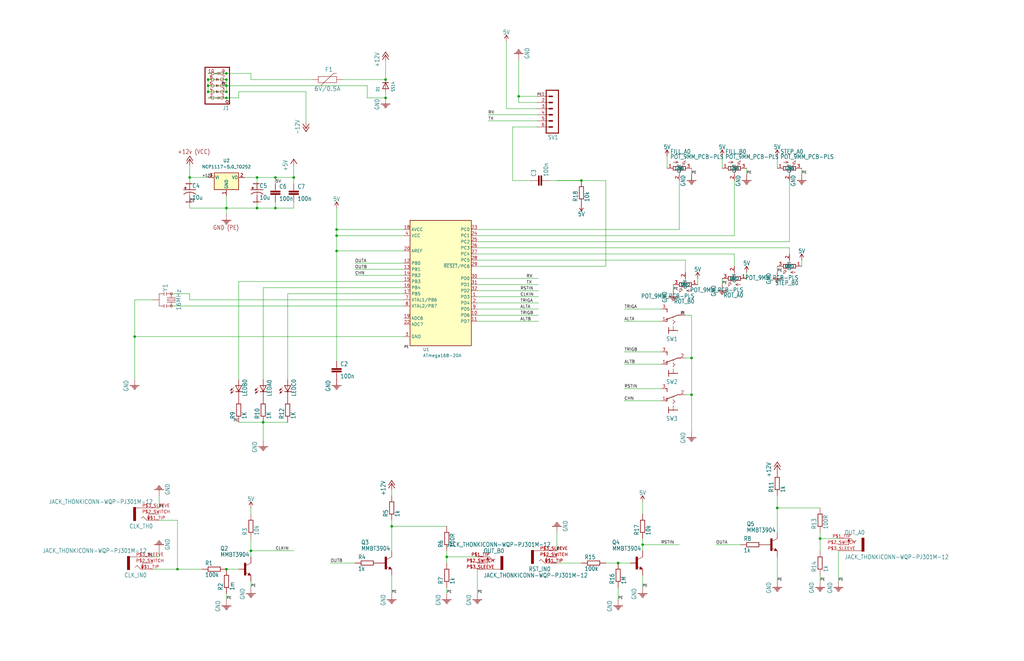
<source format=kicad_sch>
(kicad_sch (version 20231120) (generator "eeschema") (generator_version "8.0")
  (paper "User" 424.993 274.371)
  (lib_symbols
    (symbol "MCU_Microchip_ATmega:ATmega168-20A"
      (property "Reference" "U1" (at -7.366 -23.114 0))
      (property "Value" "ATmega168-20A" (at -7.366 -25.654 0))
      (symbol "ATmega168-20A_1_1"
        (pin bidirectional line (at 15.24 -1.27 180) (length 2.54) (name "PD3") (number "1"))
        (pin bidirectional line (at 15.24 -8.89 180) (length 2.54) (name "PD6") (number "10"))
        (pin bidirectional line (at 15.24 -11.43 180) (length 2.54) (name "PD7") (number "11"))
        (pin bidirectional line (at -15.24 12.7 0) (length 2.54) (name "PB0") (number "12"))
        (pin bidirectional line (at -15.24 10.16 0) (length 2.54) (name "PB1") (number "13"))
        (pin bidirectional line (at -15.24 7.62 0) (length 2.54) (name "PB2") (number "14"))
        (pin bidirectional line (at -15.24 5.08 0) (length 2.54) (name "PB3") (number "15"))
        (pin bidirectional line (at -15.24 2.54 0) (length 2.54) (name "PB4") (number "16"))
        (pin bidirectional line (at -15.24 0 0) (length 2.54) (name "PB5") (number "17"))
        (pin power_in line (at -15.24 26.67 0) (length 2.54) (name "AVCC") (number "18"))
        (pin input line (at -15.24 -10.16 0) (length 2.54) (name "ADC6") (number "19"))
        (pin bidirectional line (at 15.24 -3.81 180) (length 2.54) (name "PD4") (number "2"))
        (pin passive line (at -15.24 17.78 0) (length 2.54) (name "AREF") (number "20"))
        (pin passive line (at -15.24 -17.78 0) (length 2.54) hide (name "GND") (number "21"))
        (pin input line (at -15.24 -12.7 0) (length 2.54) (name "ADC7") (number "22"))
        (pin bidirectional line (at 15.24 26.67 180) (length 2.54) (name "PC0") (number "23"))
        (pin bidirectional line (at 15.24 24.13 180) (length 2.54) (name "PC1") (number "24"))
        (pin bidirectional line (at 15.24 21.59 180) (length 2.54) (name "PC2") (number "25"))
        (pin bidirectional line (at 15.24 19.05 180) (length 2.54) (name "PC3") (number "26"))
        (pin bidirectional line (at 15.24 16.51 180) (length 2.54) (name "PC4") (number "27"))
        (pin bidirectional line (at 15.24 13.97 180) (length 2.54) (name "PC5") (number "28"))
        (pin bidirectional line (at 15.24 11.43 180) (length 2.54) (name "~{RESET}/PC6") (number "29"))
        (pin power_in line (at -15.24 -17.78 0) (length 2.54) (name "GND") (number "3"))
        (pin bidirectional line (at 15.24 6.35 180) (length 2.54) (name "PD0") (number "30"))
        (pin bidirectional line (at 15.24 3.81 180) (length 2.54) (name "PD1") (number "31"))
        (pin bidirectional line (at 15.24 1.27 180) (length 2.54) (name "PD2") (number "32"))
        (pin power_in line (at -15.24 24.13 0) (length 2.54) (name "VCC") (number "4"))
        (pin passive line (at -15.24 -17.78 0) (length 2.54) hide (name "GND") (number "5"))
        (pin passive line (at -15.24 24.13 0) (length 2.54) hide (name "VCC") (number "6"))
        (pin bidirectional line (at -15.24 -2.54 0) (length 2.54) (name "XTAL1/PB6") (number "7"))
        (pin bidirectional line (at -15.24 -5.08 0) (length 2.54) (name "XTAL2/PB7") (number "8"))
        (pin bidirectional line (at 15.24 -6.35 180) (length 2.54) (name "PD5") (number "9"))
      )
    )
    (symbol "Regulator_Linear:NCP1117-5.0_TO252" (pin_names (offset 0.254))
      (property "Reference" "U" (at -3.81 3.175 0))
      (property "Value" "NCP1117-5.0_TO252" (at 0 3.175 0))
      (symbol "NCP1117-5.0_TO252_1_1"
        (pin power_in line (at 0 -7.62 90) (length 2.54) (name "GND") (number "1"))
        (pin power_out line (at 7.62 0 180) (length 2.54) (name "VO") (number "2"))
        (pin power_in line (at -7.62 0 0) (length 2.54) (name "VI") (number "3"))
      )
    )
    (symbol "stoichea_v0.2-eagle-import:+12V" (power)
      (symbol "+12V_1_0"
        (pin power_in line (at 0 -2.54 90) (length 2.54) (name "+12V") (number "1"))
      )
    )
    (symbol "stoichea_v0.2-eagle-import:+5V" (power)
      (symbol "+5V_1_0"
        (pin power_in line (at 0 -2.54 90) (length 2.54) (name "+5V") (number "1"))
      )
    )
    (symbol "stoichea_v0.2-eagle-import:-12V" (power)
      (symbol "-12V_1_0"
        (pin power_in line (at 0 2.54 270) (length 2.54) (name "-12V") (number "1"))
      )
    )
    (symbol "stoichea_v0.2-eagle-import:5V" (power)
      (symbol "5V_1_0"
        (pin power_in line (at 0 0 90) (length 2.54) (name "5V") (number "1"))
      )
    )
    (symbol "stoichea_v0.2-eagle-import:CAPACITOR-EUC0603"
      (property "Reference" "C" (at 1.524 0.381 0))
      (symbol "CAPACITOR-EUC0603_1_0"
        (pin passive line (at 0 2.54 270) (length 2.54) (name "1") (number "1"))
        (pin passive line (at 0 -5.08 90) (length 2.54) (name "2") (number "2"))
      )
    )
    (symbol "stoichea_v0.2-eagle-import:CAPACITOR-EUC0603K"
      (property "Reference" "C" (at 1.524 0.381 0))
      (symbol "CAPACITOR-EUC0603K_1_0"
        (pin passive line (at 0 2.54 270) (length 2.54) (name "1") (number "1"))
        (pin passive line (at 0 -5.08 90) (length 2.54) (name "2") (number "2"))
      )
    )
    (symbol "stoichea_v0.2-eagle-import:CAPACITOR_POLARIZED-USB"
      (property "Reference" "C" (at 1.016 0.635 0))
      (symbol "CAPACITOR_POLARIZED-USB_1_0"
        (text "SpiceOrder 1" (at 0 2.54 0) (effects (font (size 0.4064 0.3454))))
        (text "SpiceOrder 2" (at 0 -5.08 0) (effects (font (size 0.4064 0.3454))))
        (pin passive line (at 0 2.54 270) (length 2.54) (name "+") (number "+"))
        (pin passive line (at 0 -5.08 90) (length 2.54) (name "-") (number "-"))
      )
    )
    (symbol "stoichea_v0.2-eagle-import:DIODESOD-323F"
      (property "Reference" "D" (at -2.54 2.54 0))
      (symbol "DIODESOD-323F_1_0"
        (pin passive line (at -2.54 0 0) (length 2.54) (name "A") (number "A"))
        (pin passive line (at 2.54 0 180) (length 2.54) (name "C") (number "C"))
      )
    )
    (symbol "stoichea_v0.2-eagle-import:FUSE-PPTC_HALF-AMP"
      (property "Reference" "F" (at 1.905 3.175 0))
      (symbol "FUSE-PPTC_HALF-AMP_1_0"
        (pin bidirectional line (at -5.08 0 0) (length 2.54) (name "1") (number "1"))
        (pin bidirectional line (at 7.62 0 180) (length 2.54) (name "2") (number "2"))
      )
    )
    (symbol "stoichea_v0.2-eagle-import:GND" (power)
      (symbol "GND_1_0"
        (pin power_in line (at 0 2.54 270) (length 2.54) (name "PE") (number "1"))
      )
    )
    (symbol "stoichea_v0.2-eagle-import:HEADER-EUROPWR_2X05-OPEN"
      (property "Reference" "J" (at -1.27 8.255 0))
      (symbol "HEADER-EUROPWR_2X05-OPEN_1_0"
        (text "+12" (at 3.81 -5.08 0) (effects (font (size 0.762 0.6477))))
        (text "-12" (at 3.81 5.08 0) (effects (font (size 0.762 0.6477))))
        (text "0V" (at 3.81 -2.54 0) (effects (font (size 0.762 0.6477))))
        (text "0V" (at 3.81 0 0) (effects (font (size 0.762 0.6477))))
        (text "0V" (at 3.81 2.54 0) (effects (font (size 0.762 0.6477))))
        (pin passive inverted (at 0 5.08 0) (length 2.54) (name "1") (number "1"))
        (pin passive inverted (at 7.62 -5.08 180) (length 2.54) (name "10") (number "10"))
        (pin passive inverted (at 7.62 5.08 180) (length 2.54) (name "2") (number "2"))
        (pin passive inverted (at 0 2.54 0) (length 2.54) (name "3") (number "3"))
        (pin passive inverted (at 7.62 2.54 180) (length 2.54) (name "4") (number "4"))
        (pin passive inverted (at 0 0 0) (length 2.54) (name "5") (number "5"))
        (pin passive inverted (at 7.62 0 180) (length 2.54) (name "6") (number "6"))
        (pin passive inverted (at 0 -2.54 0) (length 2.54) (name "7") (number "7"))
        (pin passive inverted (at 7.62 -2.54 180) (length 2.54) (name "8") (number "8"))
        (pin passive inverted (at 0 -5.08 0) (length 2.54) (name "9") (number "9"))
      )
    )
    (symbol "stoichea_v0.2-eagle-import:JACK_THONKICONN-WQP-PJ301M-12"
      (property "Reference" "J" (at -2.54 4.064 0))
      (symbol "JACK_THONKICONN-WQP-PJ301M-12_1_0"
        (pin passive line (at -5.08 2.54 0) (length 2.54) (name "2") (number "P$1_TIP"))
        (pin passive line (at -5.08 0 0) (length 2.54) (name "3") (number "P$2_SWITCH"))
        (pin passive line (at -5.08 -2.54 0) (length 2.54) (name "1") (number "P$3_SLEEVE"))
      )
    )
    (symbol "stoichea_v0.2-eagle-import:LED3MM"
      (property "Reference" "LED" (at 3.556 -4.572 90))
      (symbol "LED3MM_1_0"
        (pin passive line (at 0 2.54 270) (length 2.54) (name "A") (number "A"))
        (pin passive line (at 0 -5.08 90) (length 2.54) (name "C") (number "K"))
      )
    )
    (symbol "stoichea_v0.2-eagle-import:MA06-1"
      (property "Reference" "SV" (at -1.27 8.382 0))
      (symbol "MA06-1_1_0"
        (pin passive line (at 7.62 -7.62 180) (length 5.08) (name "1") (number "1"))
        (pin passive line (at 7.62 -5.08 180) (length 5.08) (name "2") (number "2"))
        (pin passive line (at 7.62 -2.54 180) (length 5.08) (name "3") (number "3"))
        (pin passive line (at 7.62 0 180) (length 5.08) (name "4") (number "4"))
        (pin passive line (at 7.62 2.54 180) (length 5.08) (name "5") (number "5"))
        (pin passive line (at 7.62 5.08 180) (length 5.08) (name "6") (number "6"))
      )
    )
    (symbol "stoichea_v0.2-eagle-import:POT_9MM_PCB-PLS"
      (property "Reference" "R" (at -5.969 -3.81 90))
      (symbol "POT_9MM_PCB-PLS_1_0"
        (pin passive line (at 0 -5.08 90) (length 2.54) (name "GND") (number "1"))
        (pin passive line (at 5.08 0 180) (length 2.54) (name "OUT") (number "2"))
        (pin passive line (at 0 5.08 270) (length 2.54) (name "IN") (number "3"))
      )
    )
    (symbol "stoichea_v0.2-eagle-import:POWER+12V" (power)
      (symbol "POWER+12V_1_0"
        (text "+12v (VCC)" (at -5.08 2.032 0) (effects (font (size 1.778 1.5113)) (justify left bottom)))
        (pin power_in line (at 0 -2.54 90) (length 2.54) (name "+12V") (number "1"))
      )
    )
    (symbol "stoichea_v0.2-eagle-import:POWER-GND" (power)
      (symbol "POWER-GND_1_0"
        (text "GND (PE)" (at -5.588 -4.064 0) (effects (font (size 1.778 1.5113)) (justify left bottom)))
        (pin power_in line (at 0 2.54 270) (length 2.54) (name "PE") (number "1"))
      )
    )
    (symbol "stoichea_v0.2-eagle-import:RESISTOR-EU_R0603"
      (property "Reference" "R" (at -3.81 1.4986 0))
      (symbol "RESISTOR-EU_R0603_1_0"
        (pin passive line (at -5.08 0 0) (length 2.54) (name "1") (number "1"))
        (pin passive line (at 5.08 0 180) (length 2.54) (name "2") (number "2"))
      )
    )
    (symbol "stoichea_v0.2-eagle-import:RESONATORSMD-3.2X1.3"
      (property "Reference" "Y" (at -3.302 -2.54 0))
      (symbol "RESONATORSMD-3.2X1.3_1_0"
        (pin passive line (at -2.54 0 0) (length 0) (name "1") (number "1"))
        (pin passive line (at 0 -7.62 90) (length 0) (name "2") (number "2"))
        (pin passive line (at 2.54 0 180) (length 0) (name "3") (number "3"))
      )
    )
    (symbol "stoichea_v0.2-eagle-import:SWITCH-SPDT-320-916"
      (property "Reference" "S" (at -6.35 -1.905 90))
      (symbol "SWITCH-SPDT-320-916_1_0"
        (pin passive line (at 0 5.08 270) (length 2.54) (name "O") (number "1"))
        (pin passive line (at 2.54 -5.08 90) (length 2.54) (name "P") (number "2"))
        (pin passive line (at 5.08 5.08 270) (length 2.54) (name "S") (number "3"))
      )
    )
    (symbol "stoichea_v0.2-eagle-import:TRANSISTOR-NPN-SOT23-BEC"
      (property "Reference" "T" (at -10.16 7.62 0))
      (symbol "TRANSISTOR-NPN-SOT23-BEC_1_0"
        (pin passive line (at -2.54 0 0) (length 2.54) (name "B") (number "B"))
        (pin passive line (at 2.54 5.08 270) (length 2.54) (name "C") (number "C"))
        (pin passive line (at 2.54 -5.08 90) (length 2.54) (name "E") (number "E"))
      )
    )
  )
  (junction (at 266.7 226.06))
  (junction (at 93.98 38.1))
  (junction (at 78.74 73.66))
  (junction (at 114.3 73.66))
  (junction (at 93.98 40.64))
  (junction (at 185.42 231.14))
  (junction (at 241.3 74.93))
  (junction (at 93.98 236.22))
  (junction (at 287.02 163.83))
  (junction (at 114.3 86.36))
  (junction (at 93.98 30.48))
  (junction (at 86.36 33.02))
  (junction (at 86.36 38.1))
  (junction (at 55.88 139.7))
  (junction (at 93.98 35.56))
  (junction (at 160.02 33.02))
  (junction (at 322.58 210.82))
  (junction (at 93.98 33.02))
  (junction (at 256.54 233.68))
  (junction (at 106.68 73.66))
  (junction (at 139.7 104.14))
  (junction (at 73.66 236.22))
  (junction (at 93.98 86.36))
  (junction (at 215.265 40.005))
  (junction (at 160.02 40.64))
  (junction (at 86.36 35.56))
  (junction (at 139.7 95.25))
  (junction (at 104.14 228.6))
  (junction (at 106.68 86.36))
  (junction (at 109.22 175.26))
  (junction (at 162.56 218.44))
  (junction (at 340.36 223.52))
  (junction (at 121.92 73.66))
  (junction (at 287.02 148.59))
  (junction (at 139.7 97.79))
  (wire (pts (xy 251.46 110.49) (xy 198.12 110.49)) (stroke (width 0.1524)))
  (wire (pts (xy 215.265 42.545) (xy 215.265 40.005)) (stroke (width 0.1524)))
  (wire (pts (xy 261.62 233.68) (xy 256.54 233.68)) (stroke (width 0.1524)))
  (wire (pts (xy 147.32 109.22) (xy 167.64 109.22)) (stroke (width 0.1524)))
  (wire (pts (xy 139.7 86.36) (xy 139.7 95.25)) (stroke (width 0.1524)))
  (wire (pts (xy 198.12 97.79) (xy 304.8 97.79)) (stroke (width 0.1524)))
  (wire (pts (xy 274.32 146.05) (xy 259.08 146.05)) (stroke (width 0.1524)))
  (wire (pts (xy 198.12 246.38) (xy 198.12 236.22)) (stroke (width 0.1524)))
  (wire (pts (xy 167.64 121.92) (xy 119.38 121.92)) (stroke (width 0.1524)))
  (wire (pts (xy 266.7 243.84) (xy 266.7 238.76)) (stroke (width 0.1524)))
  (wire (pts (xy 284.48 148.59) (xy 287.02 148.59)) (stroke (width 0.1524)))
  (wire (pts (xy 162.56 228.6) (xy 162.56 218.44)) (stroke (width 0.1524)))
  (wire (pts (xy 93.98 38.1) (xy 93.98 35.56)) (stroke (width 0.1524)))
  (wire (pts (xy 63.5 236.22) (xy 73.66 236.22)) (stroke (width 0.1524)))
  (wire (pts (xy 227.965 74.93) (xy 241.3 74.93)) (stroke (width 0.1524)))
  (wire (pts (xy 66.04 215.9) (xy 73.66 215.9)) (stroke (width 0.1524)))
  (wire (pts (xy 304.8 97.79) (xy 304.8 74.93)) (stroke (width 0.1524)))
  (wire (pts (xy 78.74 124.46) (xy 78.74 121.92)) (stroke (width 0.1524)))
  (wire (pts (xy 198.12 123.19) (xy 223.52 123.19)) (stroke (width 0.1524)))
  (wire (pts (xy 266.7 223.52) (xy 266.7 226.06)) (stroke (width 0.1524)))
  (wire (pts (xy 347.98 223.52) (xy 340.36 223.52)) (stroke (width 0.1524)))
  (wire (pts (xy 121.92 73.66) (xy 121.92 68.58)) (stroke (width 0.1524)))
  (wire (pts (xy 78.74 83.82) (xy 78.74 86.36)) (stroke (width 0.1524)))
  (wire (pts (xy 78.74 76.2) (xy 78.74 73.66)) (stroke (width 0.1524)))
  (wire (pts (xy 86.36 35.56) (xy 86.36 38.1)) (stroke (width 0.1524)))
  (wire (pts (xy 198.12 128.27) (xy 223.52 128.27)) (stroke (width 0.1524)))
  (wire (pts (xy 109.22 175.26) (xy 109.22 182.88)) (stroke (width 0.1524)))
  (wire (pts (xy 198.12 118.11) (xy 223.52 118.11)) (stroke (width 0.1524)))
  (wire (pts (xy 104.14 73.66) (xy 106.68 73.66)) (stroke (width 0.1524)))
  (wire (pts (xy 332.74 107.95) (xy 332.74 110.49)) (stroke (width 0.1524)))
  (wire (pts (xy 142.24 33.02) (xy 160.02 33.02)) (stroke (width 0.1524)))
  (wire (pts (xy 198.12 115.57) (xy 223.52 115.57)) (stroke (width 0.1524)))
  (wire (pts (xy 167.64 111.76) (xy 147.32 111.76)) (stroke (width 0.1524)))
  (wire (pts (xy 198.12 105.41) (xy 304.8 105.41)) (stroke (width 0.1524)))
  (wire (pts (xy 55.88 124.46) (xy 55.88 139.7)) (stroke (width 0.1524)))
  (wire (pts (xy 55.88 139.7) (xy 55.88 157.48)) (stroke (width 0.1524)))
  (wire (pts (xy 222.885 52.705) (xy 212.725 52.705)) (stroke (width 0.1524)))
  (wire (pts (xy 139.7 95.25) (xy 139.7 97.79)) (stroke (width 0.1524)))
  (wire (pts (xy 167.64 97.79) (xy 139.7 97.79)) (stroke (width 0.1524)))
  (wire (pts (xy 83.82 73.66) (xy 78.74 73.66)) (stroke (width 0.1524)))
  (wire (pts (xy 266.7 226.06) (xy 266.7 228.6)) (stroke (width 0.1524)))
  (wire (pts (xy 322.58 64.77) (xy 322.58 69.85)) (stroke (width 0.1524)))
  (wire (pts (xy 106.68 86.36) (xy 106.68 83.82)) (stroke (width 0.1524)))
  (wire (pts (xy 198.12 95.25) (xy 281.94 95.25)) (stroke (width 0.1524)))
  (wire (pts (xy 287.02 148.59) (xy 287.02 163.83)) (stroke (width 0.1524)))
  (wire (pts (xy 309.88 72.39) (xy 309.88 69.85)) (stroke (width 0.1524)))
  (wire (pts (xy 93.98 30.48) (xy 104.14 30.48)) (stroke (width 0.1524)))
  (wire (pts (xy 322.58 205.74) (xy 322.58 210.82)) (stroke (width 0.1524)))
  (wire (pts (xy 66.04 231.14) (xy 66.04 228.6)) (stroke (width 0.1524)))
  (wire (pts (xy 198.12 231.14) (xy 185.42 231.14)) (stroke (width 0.1524)))
  (wire (pts (xy 114.3 73.66) (xy 121.92 73.66)) (stroke (width 0.1524)))
  (wire (pts (xy 83.82 73.66) (xy 86.36 73.66)))
  (wire (pts (xy 299.72 118.11) (xy 299.72 115.57)) (stroke (width 0.1524)))
  (wire (pts (xy 185.42 231.14) (xy 185.42 233.68)) (stroke (width 0.1524)))
  (wire (pts (xy 274.32 133.35) (xy 259.08 133.35)) (stroke (width 0.1524)))
  (wire (pts (xy 212.725 52.705) (xy 212.725 74.93)) (stroke (width 0.1524)))
  (wire (pts (xy 198.12 102.87) (xy 327.66 102.87)) (stroke (width 0.1524)))
  (wire (pts (xy 101.6 73.66) (xy 104.14 73.66)))
  (wire (pts (xy 78.74 121.92) (xy 71.12 121.92)) (stroke (width 0.1524)))
  (wire (pts (xy 114.3 73.66) (xy 114.3 76.2)) (stroke (width 0.1524)))
  (wire (pts (xy 93.98 248.92) (xy 93.98 246.38)) (stroke (width 0.1524)))
  (wire (pts (xy 266.7 208.28) (xy 266.7 213.36)) (stroke (width 0.1524)))
  (wire (pts (xy 340.36 223.52) (xy 340.36 220.98)) (stroke (width 0.1524)))
  (wire (pts (xy 256.54 233.68) (xy 251.46 233.68)) (stroke (width 0.1524)))
  (wire (pts (xy 167.64 95.25) (xy 139.7 95.25)) (stroke (width 0.1524)))
  (wire (pts (xy 63.5 231.14) (xy 66.04 231.14)) (stroke (width 0.1524)))
  (wire (pts (xy 309.88 113.03) (xy 309.88 115.57)) (stroke (width 0.1524)))
  (wire (pts (xy 99.06 40.64) (xy 99.06 38.1)) (stroke (width 0.1524)))
  (wire (pts (xy 73.66 236.22) (xy 83.82 236.22)) (stroke (width 0.1524)))
  (wire (pts (xy 340.36 223.52) (xy 340.36 228.6)) (stroke (width 0.1524)))
  (wire (pts (xy 222.885 50.165) (xy 202.565 50.165)) (stroke (width 0.1524)))
  (wire (pts (xy 241.3 233.68) (xy 231.14 233.68)) (stroke (width 0.1524)))
  (wire (pts (xy 78.74 73.66) (xy 78.74 68.58)) (stroke (width 0.1524)))
  (wire (pts (xy 198.12 133.35) (xy 223.52 133.35)) (stroke (width 0.1524)))
  (wire (pts (xy 332.74 72.39) (xy 332.74 69.85)) (stroke (width 0.1524)))
  (wire (pts (xy 167.64 116.84) (xy 99.06 116.84)) (stroke (width 0.1524)))
  (wire (pts (xy 322.58 210.82) (xy 322.58 220.98)) (stroke (width 0.1524)))
  (wire (pts (xy 281.94 95.25) (xy 281.94 74.93)) (stroke (width 0.1524)))
  (wire (pts (xy 86.36 33.02) (xy 86.36 35.56)) (stroke (width 0.1524)))
  (wire (pts (xy 104.14 30.48) (xy 104.14 33.02)) (stroke (width 0.1524)))
  (wire (pts (xy 78.74 86.36) (xy 93.98 86.36)) (stroke (width 0.1524)))
  (wire (pts (xy 215.265 40.005) (xy 215.265 24.765)) (stroke (width 0.1524)))
  (wire (pts (xy 222.885 40.005) (xy 215.265 40.005)) (stroke (width 0.1524)))
  (wire (pts (xy 185.42 218.44) (xy 162.56 218.44)) (stroke (width 0.1524)))
  (wire (pts (xy 198.12 120.65) (xy 223.52 120.65)) (stroke (width 0.1524)))
  (wire (pts (xy 167.64 139.7) (xy 55.88 139.7)) (stroke (width 0.1524)))
  (wire (pts (xy 241.3 74.93) (xy 251.46 74.93)) (stroke (width 0.1524)))
  (wire (pts (xy 299.72 64.77) (xy 299.72 69.85)) (stroke (width 0.1524)))
  (wire (pts (xy 93.98 35.56) (xy 93.98 33.02)) (stroke (width 0.1524)))
  (wire (pts (xy 160.02 33.02) (xy 160.02 25.4)) (stroke (width 0.1524)))
  (wire (pts (xy 185.42 246.38) (xy 185.42 243.84)) (stroke (width 0.1524)))
  (wire (pts (xy 162.56 246.38) (xy 162.56 238.76)) (stroke (width 0.1524)))
  (wire (pts (xy 222.885 47.625) (xy 202.565 47.625)) (stroke (width 0.1524)))
  (wire (pts (xy 93.98 35.56) (xy 86.36 35.56)) (stroke (width 0.1524)))
  (wire (pts (xy 104.14 210.82) (xy 104.14 213.36)) (stroke (width 0.1524)))
  (wire (pts (xy 340.36 241.3) (xy 340.36 238.76)) (stroke (width 0.1524)))
  (wire (pts (xy 86.36 40.64) (xy 93.98 40.64)) (stroke (width 0.1524)))
  (wire (pts (xy 147.32 233.68) (xy 137.16 233.68)) (stroke (width 0.1524)))
  (wire (pts (xy 106.68 73.66) (xy 106.68 76.2)) (stroke (width 0.1524)))
  (wire (pts (xy 93.98 40.64) (xy 99.06 40.64)) (stroke (width 0.1524)))
  (wire (pts (xy 322.58 241.3) (xy 322.58 231.14)) (stroke (width 0.1524)))
  (wire (pts (xy 287.02 163.83) (xy 287.02 179.07)) (stroke (width 0.1524)))
  (wire (pts (xy 276.86 64.77) (xy 276.86 69.85)) (stroke (width 0.1524)))
  (wire (pts (xy 104.14 223.52) (xy 104.14 228.6)) (stroke (width 0.1524)))
  (wire (pts (xy 327.66 100.33) (xy 327.66 74.93)) (stroke (width 0.1524)))
  (wire (pts (xy 162.56 218.44) (xy 162.56 215.9)) (stroke (width 0.1524)))
  (wire (pts (xy 284.48 107.95) (xy 284.48 113.03)) (stroke (width 0.1524)))
  (wire (pts (xy 104.14 228.6) (xy 121.92 228.6)) (stroke (width 0.1524)))
  (wire (pts (xy 251.46 74.93) (xy 251.46 110.49)) (stroke (width 0.1524)))
  (wire (pts (xy 198.12 100.33) (xy 327.66 100.33)) (stroke (width 0.1524)))
  (wire (pts (xy 93.98 86.36) (xy 93.98 81.28)) (stroke (width 0.1524)))
  (wire (pts (xy 274.32 128.27) (xy 259.08 128.27)) (stroke (width 0.1524)))
  (wire (pts (xy 256.54 248.92) (xy 256.54 243.84)) (stroke (width 0.1524)))
  (wire (pts (xy 241.3 74.93) (xy 231.14 74.93)))
  (wire (pts (xy 93.98 33.02) (xy 86.36 33.02)) (stroke (width 0.1524)))
  (wire (pts (xy 284.48 130.81) (xy 287.02 130.81)) (stroke (width 0.1524)))
  (wire (pts (xy 274.32 166.37) (xy 259.08 166.37)) (stroke (width 0.1524)))
  (wire (pts (xy 347.98 241.3) (xy 347.98 228.6)) (stroke (width 0.1524)))
  (wire (pts (xy 121.92 86.36) (xy 121.92 83.82)) (stroke (width 0.1524)))
  (wire (pts (xy 340.36 210.82) (xy 322.58 210.82)) (stroke (width 0.1524)))
  (wire (pts (xy 327.66 102.87) (xy 327.66 105.41)) (stroke (width 0.1524)))
  (wire (pts (xy 127 38.1) (xy 127 50.8)) (stroke (width 0.1524)))
  (wire (pts (xy 167.64 124.46) (xy 78.74 124.46)) (stroke (width 0.1524)))
  (wire (pts (xy 121.92 73.66) (xy 121.92 76.2)) (stroke (width 0.1524)))
  (wire (pts (xy 93.98 35.56) (xy 152.4 35.56)) (stroke (width 0.1524)))
  (wire (pts (xy 284.48 163.83) (xy 287.02 163.83)) (stroke (width 0.1524)))
  (wire (pts (xy 289.56 115.57) (xy 289.56 118.11)) (stroke (width 0.1524)))
  (wire (pts (xy 73.66 215.9) (xy 73.66 236.22)) (stroke (width 0.1524)))
  (wire (pts (xy 287.02 72.39) (xy 287.02 69.85)) (stroke (width 0.1524)))
  (wire (pts (xy 99.06 175.26) (xy 109.22 175.26)) (stroke (width 0.1524)))
  (wire (pts (xy 185.42 231.14) (xy 185.42 228.6)) (stroke (width 0.1524)))
  (wire (pts (xy 63.5 124.46) (xy 55.88 124.46)) (stroke (width 0.1524)))
  (wire (pts (xy 104.14 228.6) (xy 104.14 231.14)) (stroke (width 0.1524)))
  (wire (pts (xy 93.98 86.36) (xy 106.68 86.36)) (stroke (width 0.1524)))
  (wire (pts (xy 222.885 45.085) (xy 210.185 45.085)) (stroke (width 0.1524)))
  (wire (pts (xy 266.7 226.06) (xy 281.94 226.06)) (stroke (width 0.1524)))
  (wire (pts (xy 106.68 86.36) (xy 114.3 86.36)) (stroke (width 0.1524)))
  (wire (pts (xy 114.3 86.36) (xy 114.3 83.82)) (stroke (width 0.1524)))
  (wire (pts (xy 104.14 33.02) (xy 129.54 33.02)) (stroke (width 0.1524)))
  (wire (pts (xy 210.185 45.085) (xy 210.185 17.145)) (stroke (width 0.1524)))
  (wire (pts (xy 106.68 73.66) (xy 114.3 73.66)) (stroke (width 0.1524)))
  (wire (pts (xy 99.06 116.84) (xy 99.06 157.48)) (stroke (width 0.1524)))
  (wire (pts (xy 162.56 203.2) (xy 162.56 205.74)) (stroke (width 0.1524)))
  (wire (pts (xy 167.64 114.3) (xy 147.32 114.3)) (stroke (width 0.1524)))
  (wire (pts (xy 279.4 120.65) (xy 279.4 118.11)) (stroke (width 0.1524)))
  (wire (pts (xy 104.14 243.84) (xy 104.14 241.3)) (stroke (width 0.1524)))
  (wire (pts (xy 119.38 175.26) (xy 109.22 175.26)) (stroke (width 0.1524)))
  (wire (pts (xy 114.3 86.36) (xy 121.92 86.36)) (stroke (width 0.1524)))
  (wire (pts (xy 152.4 35.56) (xy 152.4 40.64)) (stroke (width 0.1524)))
  (wire (pts (xy 322.58 113.03) (xy 322.58 110.49)) (stroke (width 0.1524)))
  (wire (pts (xy 231.14 228.6) (xy 231.14 220.98)) (stroke (width 0.1524)))
  (wire (pts (xy 152.4 40.64) (xy 160.02 40.64)) (stroke (width 0.1524)))
  (wire (pts (xy 66.04 210.82) (xy 66.04 205.74)) (stroke (width 0.1524)))
  (wire (pts (xy 160.02 40.64) (xy 160.02 38.1)) (stroke (width 0.1524)))
  (wire (pts (xy 274.32 161.29) (xy 259.08 161.29)) (stroke (width 0.1524)))
  (wire (pts (xy 167.64 119.38) (xy 109.22 119.38)) (stroke (width 0.1524)))
  (wire (pts (xy 86.36 30.48) (xy 93.98 30.48)) (stroke (width 0.1524)))
  (wire (pts (xy 304.8 105.41) (xy 304.8 110.49)) (stroke (width 0.1524)))
  (wire (pts (xy 139.7 97.79) (xy 139.7 104.14)) (stroke (width 0.1524)))
  (wire (pts (xy 307.34 226.06) (xy 297.18 226.06)) (stroke (width 0.1524)))
  (wire (pts (xy 287.02 130.81) (xy 287.02 148.59)) (stroke (width 0.1524)))
  (wire (pts (xy 167.64 127) (xy 71.12 127)) (stroke (width 0.1524)))
  (wire (pts (xy 198.12 107.95) (xy 284.48 107.95)) (stroke (width 0.1524)))
  (wire (pts (xy 119.38 121.92) (xy 119.38 157.48)) (stroke (width 0.1524)))
  (wire (pts (xy 109.22 119.38) (xy 109.22 157.48)) (stroke (width 0.1524)))
  (wire (pts (xy 198.12 130.81) (xy 223.52 130.81)) (stroke (width 0.1524)))
  (wire (pts (xy 222.885 42.545) (xy 215.265 42.545)) (stroke (width 0.1524)))
  (wire (pts (xy 139.7 104.14) (xy 139.7 149.86)) (stroke (width 0.1524)))
  (wire (pts (xy 212.725 74.93) (xy 220.345 74.93)) (stroke (width 0.1524)))
  (wire (pts (xy 93.98 86.36) (xy 93.98 88.9)) (stroke (width 0.1524)))
  (wire (pts (xy 274.32 151.13) (xy 259.08 151.13)) (stroke (width 0.1524)))
  (wire (pts (xy 99.06 38.1) (xy 127 38.1)) (stroke (width 0.1524)))
  (wire (pts (xy 198.12 125.73) (xy 223.52 125.73)) (stroke (width 0.1524)))
  (wire (pts (xy 167.64 104.14) (xy 139.7 104.14)) (stroke (width 0.1524)))
  (wire (pts (xy 86.36 38.1) (xy 93.98 38.1)) (stroke (width 0.1524)))
  (wire (pts (xy 93.98 236.22) (xy 99.06 236.22)) (stroke (width 0.1524)))
  (label "PE" (at 222.885 40.005 0) (effects (font (size 1.016 1.016))))
  (label "ALTA" (at 259.08 133.35 0) (effects (font (size 1.2446 1.2446))))
  (label "CLKIN" (at 114.3 228.6 0) (effects (font (size 1.2446 1.2446))))
  (label "+12V" (at 83.82 73.66 0) (effects (font (size 1.016 1.016))))
  (label "PE" (at 256.54 248.92 0) (effects (font (size 1.016 1.016))))
  (label "PE" (at 284.48 130.81 180) (effects (font (size 1.016 1.016))))
  (label "RX" (at 202.565 47.625 0) (effects (font (size 1.2446 1.2446))))
  (label "ALTA" (at 215.9 128.27 0) (effects (font (size 1.2446 1.2446))))
  (label "PE" (at 66.04 210.82 0) (effects (font (size 1.016 1.016))))
  (label "ALTB" (at 215.9 133.35 0) (effects (font (size 1.2446 1.2446))))
  (label "OUTB" (at 147.32 111.76 0) (effects (font (size 1.2446 1.2446))))
  (label "CHN" (at 259.08 166.37 0) (effects (font (size 1.2446 1.2446))))
  (label "RSTIN" (at 259.08 161.29 0) (effects (font (size 1.2446 1.2446))))
  (label "RX" (at 218.44 115.57 0) (effects (font (size 1.2446 1.2446))))
  (label "PE" (at 99.06 175.26 180) (effects (font (size 1.016 1.016))))
  (label "OUTA" (at 297.18 226.06 0) (effects (font (size 1.2446 1.2446))))
  (label "TX" (at 218.44 118.11 0) (effects (font (size 1.2446 1.2446))))
  (label "OUTB" (at 137.16 233.68 0) (effects (font (size 1.2446 1.2446))))
  (label "OUTA" (at 147.32 109.22 0) (effects (font (size 1.2446 1.2446))))
  (label "RSTIN" (at 274.32 226.06 0) (effects (font (size 1.2446 1.2446))))
  (label "ALTB" (at 259.08 151.13 0) (effects (font (size 1.2446 1.2446))))
  (label "PE" (at 322.58 241.3 0) (effects (font (size 1.016 1.016))))
  (label "TX" (at 202.565 50.165 0) (effects (font (size 1.2446 1.2446))))
  (label "PE" (at 93.98 248.92 0) (effects (font (size 1.016 1.016))))
  (label "PE" (at 287.02 72.39 0) (effects (font (size 1.016 1.016))))
  (label "PE" (at 104.14 243.84 0) (effects (font (size 1.016 1.016))))
  (label "PE" (at 63.5 231.14 180) (effects (font (size 1.016 1.016))))
  (label "TRIGB" (at 259.08 146.05 0) (effects (font (size 1.2446 1.2446))))
  (label "TRIGA" (at 259.08 128.27 0) (effects (font (size 1.2446 1.2446))))
  (label "PE" (at 185.42 246.38 0) (effects (font (size 1.016 1.016))))
  (label "PE" (at 340.36 241.3 0) (effects (font (size 1.016 1.016))))
  (label "PE" (at 279.4 120.65 0) (effects (font (size 1.016 1.016))))
  (label "CHN" (at 147.32 114.3 0) (effects (font (size 1.2446 1.2446))))
  (label "TRIGA" (at 215.9 125.73 0) (effects (font (size 1.2446 1.2446))))
  (label "PE" (at 299.72 118.11 0) (effects (font (size 1.016 1.016))))
  (label "PE" (at 198.12 246.38 0) (effects (font (size 1.016 1.016))))
  (label "RSTIN" (at 215.9 120.65 0) (effects (font (size 1.2446 1.2446))))
  (label "PE" (at 332.74 72.39 0) (effects (font (size 1.016 1.016))))
  (label "PE" (at 231.14 228.6 0) (effects (font (size 1.016 1.016))))
  (label "PE" (at 322.58 113.03 0) (effects (font (size 1.016 1.016))))
  (label "CLKIN" (at 215.9 123.19 0) (effects (font (size 1.2446 1.2446))))
  (label "PE" (at 162.56 246.38 0) (effects (font (size 1.016 1.016))))
  (label "PE" (at 309.88 72.39 0) (effects (font (size 1.016 1.016))))
  (label "PE" (at 78.74 83.82 0) (effects (font (size 1.016 1.016))))
  (label "PE" (at 266.7 243.84 0) (effects (font (size 1.016 1.016))))
  (label "PE" (at 93.98 35.56 180) (effects (font (size 1.016 1.016))))
  (label "PE" (at 347.98 241.3 0) (effects (font (size 1.016 1.016))))
  (label "PE" (at 167.64 144.78 0) (effects (font (size 1.016 1.016))))
  (label "TRIGB" (at 215.9 130.81 0) (effects (font (size 1.2446 1.2446))))
  (label "5V" (at 114.3 76.2 0) (effects (font (size 1.2446 1.2446))))
  (symbol (lib_id "stoichea_v0.2-eagle-import:RESISTOR-EU_R0603") (at 119.38 170.18 90) (unit 1)
    (property "Reference" "R12" (at 117.8814 173.99 0) (effects (font (size 1.778 1.5113)) (justify left bottom)))
    (property "Value" "1K" (at 122.682 173.99 0) (effects (font (size 1.778 1.5113)) (justify left bottom)))
    (property "Footprint" "Resistor_SMD:R_0603_1608Metric" (effects (hide yes)))
  )
  (symbol (lib_id "stoichea_v0.2-eagle-import:JACK_THONKICONN-WQP-PJ301M-12") (at 203.2 233.68 0) (unit 1)
    (property "Reference" "OUT_B0" (at 200.66 229.616 0) (effects (font (size 1.778 1.5113)) (justify left bottom)))
    (property "Value" "JACK_THONKICONN-WQP-PJ301M-12" (at 200.66 239.776 0) (effects (font (size 1.778 1.5113)) (justify left bottom)))
    (property "Footprint" "Connector_Audio:Jack_3.5mm_QingPu_WQP-PJ398SM_Vertical_CircularHoles" (effects (hide yes)))
  )
  (symbol (lib_id "stoichea_v0.2-eagle-import:5V") (at 299.72 64.77 0) (unit 1)
    (property "Reference" "#SUPPLY09" (effects (hide yes)))
    (property "Value" "5V" (at 299.72 61.976 0) (effects (font (size 1.778 1.5113)) (justify bottom)))
  )
  (symbol (lib_id "stoichea_v0.2-eagle-import:GND") (at 287.02 181.61 0) (unit 1)
    (property "Reference" "#GND020" (effects (hide yes)))
    (property "Value" "GND" (at 284.48 184.15 90) (effects (font (size 1.778 1.5113)) (justify left bottom)))
  )
  (symbol (lib_id "stoichea_v0.2-eagle-import:JACK_THONKICONN-WQP-PJ301M-12") (at 58.42 233.68 180) (unit 1)
    (property "Reference" "CLK_IN0" (at 60.96 237.744 0) (effects (font (size 1.778 1.5113)) (justify left bottom)))
    (property "Value" "JACK_THONKICONN-WQP-PJ301M-12" (at 60.96 227.584 0) (effects (font (size 1.778 1.5113)) (justify left bottom)))
    (property "Footprint" "Connector_Audio:Jack_3.5mm_QingPu_WQP-PJ398SM_Vertical_CircularHoles" (effects (hide yes)))
  )
  (symbol (lib_id "Regulator_Linear:NCP1117-5.0_TO252") (at 93.98 73.66 0) (unit 1)
    (property "Reference" "U2" (at 93.98 66.675 0))
    (property "Value" "NCP1117-5.0_TO252" (at 93.98 69.215 0))
    (property "Footprint" "Package_TO_SOT_SMD:TO-252-2" (effects (hide yes)))
    (property "Datasheet" "http://www.onsemi.com/pub_link/Collateral/NCP1117-D.PDF" (effects (hide yes)))
    (property "Description" "1A Low drop-out regulator, Fixed Output 5.0V, TO-252 (DPAK)" (effects (hide yes)))
  )
  (symbol (lib_id "stoichea_v0.2-eagle-import:5V") (at 276.86 64.77 0) (unit 1)
    (property "Reference" "#SUPPLY08" (effects (hide yes)))
    (property "Value" "5V" (at 276.86 61.976 0) (effects (font (size 1.778 1.5113)) (justify bottom)))
  )
  (symbol (lib_id "stoichea_v0.2-eagle-import:GND") (at 279.4 123.19 0) (unit 1)
    (property "Reference" "#GND026" (effects (hide yes)))
    (property "Value" "GND" (at 276.86 125.73 90) (effects (font (size 1.778 1.5113)) (justify left bottom)))
  )
  (symbol (lib_id "stoichea_v0.2-eagle-import:RESISTOR-EU_R0603") (at 99.06 170.18 90) (unit 1)
    (property "Reference" "R9" (at 97.5614 173.99 0) (effects (font (size 1.778 1.5113)) (justify left bottom)))
    (property "Value" "1K" (at 102.362 173.99 0) (effects (font (size 1.778 1.5113)) (justify left bottom)))
    (property "Footprint" "Resistor_SMD:R_0603_1608Metric" (effects (hide yes)))
  )
  (symbol (lib_id "stoichea_v0.2-eagle-import:GND") (at 66.04 203.2 180) (unit 1)
    (property "Reference" "#GND06" (effects (hide yes)))
    (property "Value" "GND" (at 68.58 200.66 90) (effects (font (size 1.778 1.5113)) (justify left bottom)))
  )
  (symbol (lib_id "stoichea_v0.2-eagle-import:RESISTOR-EU_R0603") (at 104.14 218.44 90) (unit 1)
    (property "Reference" "R3" (at 102.6414 222.25 0) (effects (font (size 1.778 1.5113)) (justify left bottom)))
    (property "Value" "10k" (at 107.442 222.25 0) (effects (font (size 1.778 1.5113)) (justify left bottom)))
    (property "Footprint" "Resistor_SMD:R_0603_1608Metric" (effects (hide yes)))
  )
  (symbol (lib_id "stoichea_v0.2-eagle-import:RESISTOR-EU_R0603") (at 185.42 223.52 90) (unit 1)
    (property "Reference" "R6" (at 183.9214 227.33 0) (effects (font (size 1.778 1.5113)) (justify left bottom)))
    (property "Value" "100R" (at 188.722 227.33 0) (effects (font (size 1.778 1.5113)) (justify left bottom)))
    (property "Footprint" "Resistor_SMD:R_0603_1608Metric" (effects (hide yes)))
  )
  (symbol (lib_id "stoichea_v0.2-eagle-import:SWITCH-SPDT-320-916") (at 279.4 166.37 90) (unit 1)
    (property "Reference" "SW3" (at 281.305 172.72 90) (effects (font (size 1.778 1.5113)) (justify left bottom)))
    (property "Value" "SWITCH-SPDT-320-916" (effects (hide yes)))
    (property "Footprint" "stoichea_v0.2:320-916" (effects (hide yes)))
  )
  (symbol (lib_id "stoichea_v0.2-eagle-import:LED3MM") (at 109.22 160.02 0) (unit 1)
    (property "Reference" "LEDA0" (at 112.776 164.592 90) (effects (font (size 1.778 1.5113)) (justify left bottom)))
    (property "Value" "LED3MM" (effects (hide yes)))
    (property "Footprint" "LED_THT:LED_D3.0mm" (effects (hide yes)))
  )
  (symbol (lib_id "stoichea_v0.2-eagle-import:GND") (at 299.72 120.65 0) (unit 1)
    (property "Reference" "#GND025" (effects (hide yes)))
    (property "Value" "GND" (at 297.18 123.19 90) (effects (font (size 1.778 1.5113)) (justify left bottom)))
  )
  (symbol (lib_id "stoichea_v0.2-eagle-import:RESISTOR-EU_R0603") (at 162.56 210.82 90) (unit 1)
    (property "Reference" "R5" (at 161.0614 214.63 0) (effects (font (size 1.778 1.5113)) (justify left bottom)))
    (property "Value" "1k" (at 165.862 214.63 0) (effects (font (size 1.778 1.5113)) (justify left bottom)))
    (property "Footprint" "Resistor_SMD:R_0603_1608Metric" (effects (hide yes)))
  )
  (symbol (lib_id "stoichea_v0.2-eagle-import:GND") (at 266.7 246.38 0) (unit 1)
    (property "Reference" "#GND017" (effects (hide yes)))
    (property "Value" "GND" (at 264.16 248.92 90) (effects (font (size 1.778 1.5113)) (justify left bottom)))
  )
  (symbol (lib_id "stoichea_v0.2-eagle-import:5V") (at 139.7 86.36 0) (unit 1)
    (property "Reference" "#SUPPLY03" (effects (hide yes)))
    (property "Value" "5V" (at 139.7 83.566 0) (effects (font (size 1.778 1.5113)) (justify bottom)))
  )
  (symbol (lib_id "stoichea_v0.2-eagle-import:TRANSISTOR-NPN-SOT23-BEC") (at 160.02 233.68 0) (unit 1)
    (property "Reference" "Q3" (at 149.86 226.06 0) (effects (font (size 1.778 1.5113)) (justify left bottom)))
    (property "Value" "MMBT3904" (at 149.86 228.6 0) (effects (font (size 1.778 1.5113)) (justify left bottom)))
    (property "Footprint" "stoichea_v0.2:SOT23-BEC" (effects (hide yes)))
  )
  (symbol (lib_id "stoichea_v0.2-eagle-import:GND") (at 160.02 43.18 0) (unit 1)
    (property "Reference" "#GND02" (effects (hide yes)))
    (property "Value" "GND" (at 157.48 45.72 90) (effects (font (size 1.778 1.5113)) (justify left bottom)))
  )
  (symbol (lib_id "stoichea_v0.2-eagle-import:SWITCH-SPDT-320-916") (at 279.4 151.13 90) (unit 1)
    (property "Reference" "SW2" (at 281.305 157.48 90) (effects (font (size 1.778 1.5113)) (justify left bottom)))
    (property "Value" "SWITCH-SPDT-320-916" (effects (hide yes)))
    (property "Footprint" "stoichea_v0.2:320-916" (effects (hide yes)))
  )
  (symbol (lib_id "stoichea_v0.2-eagle-import:GND") (at 66.04 226.06 180) (unit 1)
    (property "Reference" "#GND07" (effects (hide yes)))
    (property "Value" "GND" (at 68.58 223.52 90) (effects (font (size 1.778 1.5113)) (justify left bottom)))
  )
  (symbol (lib_id "stoichea_v0.2-eagle-import:+12V") (at 160.02 22.86 0) (unit 1)
    (property "Reference" "#P+01" (effects (hide yes)))
    (property "Value" "+12V" (at 157.48 27.94 90) (effects (font (size 1.778 1.5113)) (justify left bottom)))
  )
  (symbol (lib_id "stoichea_v0.2-eagle-import:CAPACITOR-EUC0603") (at 114.3 78.74 0) (unit 1)
    (property "Reference" "C6" (at 115.824 78.359 0) (effects (font (size 1.778 1.5113)) (justify left bottom)))
    (property "Value" "100n" (at 115.824 83.439 0) (effects (font (size 1.778 1.5113)) (justify left bottom)))
    (property "Footprint" "Capacitor_SMD:C_0603_1608Metric" (effects (hide yes)))
  )
  (symbol (lib_id "stoichea_v0.2-eagle-import:RESISTOR-EU_R0603") (at 340.36 215.9 90) (unit 1)
    (property "Reference" "R13" (at 338.8614 219.71 0) (effects (font (size 1.778 1.5113)) (justify left bottom)))
    (property "Value" "100R" (at 343.662 219.71 0) (effects (font (size 1.778 1.5113)) (justify left bottom)))
    (property "Footprint" "Resistor_SMD:R_0603_1608Metric" (effects (hide yes)))
  )
  (symbol (lib_id "stoichea_v0.2-eagle-import:RESISTOR-EU_R0603") (at 88.9 236.22 0) (unit 1)
    (property "Reference" "R1" (at 85.09 234.7214 0) (effects (font (size 1.778 1.5113)) (justify left bottom)))
    (property "Value" "100k" (at 85.09 239.522 0) (effects (font (size 1.778 1.5113)) (justify left bottom)))
    (property "Footprint" "Resistor_SMD:R_0603_1608Metric" (effects (hide yes)))
  )
  (symbol (lib_id "stoichea_v0.2-eagle-import:RESISTOR-EU_R0603") (at 322.58 200.66 90) (unit 1)
    (property "Reference" "R11" (at 321.0814 204.47 0) (effects (font (size 1.778 1.5113)) (justify left bottom)))
    (property "Value" "1k" (at 325.882 204.47 0) (effects (font (size 1.778 1.5113)) (justify left bottom)))
    (property "Footprint" "Resistor_SMD:R_0603_1608Metric" (effects (hide yes)))
  )
  (symbol (lib_id "stoichea_v0.2-eagle-import:CAPACITOR-EUC0603K") (at 222.885 74.93 90) (unit 1)
    (property "Reference" "C3" (at 222.504 73.406 0) (effects (font (size 1.778 1.5113)) (justify left bottom)))
    (property "Value" "100n" (at 227.584 73.406 0) (effects (font (size 1.778 1.5113)) (justify left bottom)))
    (property "Footprint" "Capacitor_SMD:C_0603_1608Metric" (effects (hide yes)))
  )
  (symbol (lib_id "stoichea_v0.2-eagle-import:5V") (at 332.74 107.95 0) (unit 1)
    (property "Reference" "#SUPPLY013" (effects (hide yes)))
    (property "Value" "5V" (at 332.74 105.156 0) (effects (font (size 1.778 1.5113)) (justify bottom)))
  )
  (symbol (lib_id "stoichea_v0.2-eagle-import:DIODESOD-323F") (at 160.02 35.56 90) (unit 1)
    (property "Reference" "D1" (at 157.48 38.1 0) (effects (font (size 1.27 1.0795)) (justify left bottom)))
    (property "Value" "SS14" (at 163.83 38.1 0) (effects (font (size 1.27 1.0795)) (justify left bottom)))
    (property "Footprint" "Diode_SMD:D_SOD-323F" (effects (hide yes)))
  )
  (symbol (lib_id "stoichea_v0.2-eagle-import:RESISTOR-EU_R0603") (at 256.54 238.76 90) (unit 1)
    (property "Reference" "R16" (at 255.0414 242.57 0) (effects (font (size 1.778 1.5113)) (justify left bottom)))
    (property "Value" "1M" (at 259.842 242.57 0) (effects (font (size 1.778 1.5113)) (justify left bottom)))
    (property "Footprint" "Resistor_SMD:R_0603_1608Metric" (effects (hide yes)))
  )
  (symbol (lib_id "stoichea_v0.2-eagle-import:GND") (at 309.88 74.93 0) (unit 1)
    (property "Reference" "#GND022" (effects (hide yes)))
    (property "Value" "GND" (at 307.34 77.47 90) (effects (font (size 1.778 1.5113)) (justify left bottom)))
  )
  (symbol (lib_id "stoichea_v0.2-eagle-import:RESISTOR-EU_R0603") (at 246.38 233.68 0) (unit 1)
    (property "Reference" "R15" (at 242.57 232.1814 0) (effects (font (size 1.778 1.5113)) (justify left bottom)))
    (property "Value" "100k" (at 242.57 236.982 0) (effects (font (size 1.778 1.5113)) (justify left bottom)))
    (property "Footprint" "Resistor_SMD:R_0603_1608Metric" (effects (hide yes)))
  )
  (symbol (lib_id "stoichea_v0.2-eagle-import:5V") (at 322.58 64.77 0) (unit 1)
    (property "Reference" "#SUPPLY010" (effects (hide yes)))
    (property "Value" "5V" (at 322.58 61.976 0) (effects (font (size 1.778 1.5113)) (justify bottom)))
  )
  (symbol (lib_id "stoichea_v0.2-eagle-import:-12V") (at 127 53.34 0) (unit 1)
    (property "Reference" "#P-01" (effects (hide yes)))
    (property "Value" "-12V" (at 124.46 55.88 90) (effects (font (size 1.778 1.5113)) (justify left bottom)))
  )
  (symbol (lib_id "stoichea_v0.2-eagle-import:GND") (at 287.02 74.93 0) (unit 1)
    (property "Reference" "#GND021" (effects (hide yes)))
    (property "Value" "GND" (at 284.48 77.47 90) (effects (font (size 1.778 1.5113)) (justify left bottom)))
  )
  (symbol (lib_id "stoichea_v0.2-eagle-import:TRANSISTOR-NPN-SOT23-BEC") (at 264.16 233.68 0) (unit 1)
    (property "Reference" "Q4" (at 254 226.06 0) (effects (font (size 1.778 1.5113)) (justify left bottom)))
    (property "Value" "MMBT3904" (at 254 228.6 0) (effects (font (size 1.778 1.5113)) (justify left bottom)))
    (property "Footprint" "stoichea_v0.2:SOT23-BEC" (effects (hide yes)))
  )
  (symbol (lib_id "stoichea_v0.2-eagle-import:5V") (at 210.185 17.145 0) (unit 1)
    (property "Reference" "#SUPPLY06" (effects (hide yes)))
    (property "Value" "5V" (at 210.185 14.351 0) (effects (font (size 1.778 1.5113)) (justify bottom)))
  )
  (symbol (lib_id "stoichea_v0.2-eagle-import:POT_9MM_PCB-PLS") (at 304.8 115.57 90) (unit 1)
    (property "Reference" "ROT_A0" (at 308.61 121.539 90) (effects (font (size 1.778 1.5113)) (justify left bottom)))
    (property "Value" "POT_9MM_PCB-PLS" (at 308.61 119.38 90) (effects (font (size 1.778 1.5113)) (justify left bottom)))
    (property "Footprint" "stoichea_v0.2:9MM_PLS" (effects (hide yes)))
  )
  (symbol (lib_id "stoichea_v0.2-eagle-import:GND") (at 109.22 185.42 0) (unit 1)
    (property "Reference" "#GND01" (effects (hide yes)))
    (property "Value" "GND" (at 106.68 187.96 90) (effects (font (size 1.778 1.5113)) (justify left bottom)))
  )
  (symbol (lib_id "stoichea_v0.2-eagle-import:GND") (at 185.42 248.92 0) (unit 1)
    (property "Reference" "#GND011" (effects (hide yes)))
    (property "Value" "GND" (at 182.88 251.46 90) (effects (font (size 1.778 1.5113)) (justify left bottom)))
  )
  (symbol (lib_id "stoichea_v0.2-eagle-import:+5V") (at 121.92 66.04 0) (unit 1)
    (property "Reference" "#P+05" (effects (hide yes)))
    (property "Value" "+5V" (at 119.38 71.12 90) (effects (font (size 1.778 1.5113)) (justify left bottom)))
  )
  (symbol (lib_id "stoichea_v0.2-eagle-import:RESONATORSMD-3.2X1.3") (at 71.12 124.46 270) (unit 1)
    (property "Reference" "Y1" (at 68.58 121.158 0) (effects (font (size 1.778 1.778)) (justify right)))
    (property "Value" "16MHz" (at 73.152 124.46 0) (effects (font (size 1.778 1.778)) (justify bottom)))
    (property "Footprint" "stoichea_v0.2:RESONATOR-SMD-3.2X1.3" (effects (hide yes)))
  )
  (symbol (lib_id "stoichea_v0.2-eagle-import:POT_9MM_PCB-PLS") (at 327.66 110.49 90) (unit 1)
    (property "Reference" "STEP_B0" (at 331.47 116.459 90) (effects (font (size 1.778 1.5113)) (justify left bottom)))
    (property "Value" "POT_9MM_PCB-PLS" (at 331.47 114.3 90) (effects (font (size 1.778 1.5113)) (justify left bottom)))
    (property "Footprint" "stoichea_v0.2:9MM_PLS" (effects (hide yes)))
  )
  (symbol (lib_id "stoichea_v0.2-eagle-import:GND") (at 162.56 248.92 0) (unit 1)
    (property "Reference" "#GND010" (effects (hide yes)))
    (property "Value" "GND" (at 160.02 251.46 90) (effects (font (size 1.778 1.5113)) (justify left bottom)))
  )
  (symbol (lib_id "stoichea_v0.2-eagle-import:HEADER-EUROPWR_2X05-OPEN") (at 93.98 35.56 180) (unit 1)
    (property "Reference" "J1" (at 95.25 43.815 0) (effects (font (size 1.778 1.5113)) (justify left bottom)))
    (property "Value" "HEADER-EUROPWR_2X05-OPEN" (effects (hide yes)))
    (property "Footprint" "Connector_PinHeader_2.54mm:PinHeader_2x05_P2.54mm_Vertical" (effects (hide yes)))
  )
  (symbol (lib_id "stoichea_v0.2-eagle-import:JACK_THONKICONN-WQP-PJ301M-12") (at 353.06 226.06 0) (unit 1)
    (property "Reference" "OUT_A0" (at 350.52 221.996 0) (effects (font (size 1.778 1.5113)) (justify left bottom)))
    (property "Value" "JACK_THONKICONN-WQP-PJ301M-12" (at 350.52 232.156 0) (effects (font (size 1.778 1.5113)) (justify left bottom)))
    (property "Footprint" "Connector_Audio:Jack_3.5mm_QingPu_WQP-PJ398SM_Vertical_CircularHoles" (effects (hide yes)))
  )
  (symbol (lib_id "stoichea_v0.2-eagle-import:GND") (at 93.98 251.46 0) (unit 1)
    (property "Reference" "#GND08" (effects (hide yes)))
    (property "Value" "GND" (at 91.44 254 90) (effects (font (size 1.778 1.5113)) (justify left bottom)))
  )
  (symbol (lib_id "stoichea_v0.2-eagle-import:CAPACITOR-EUC0603") (at 139.7 152.4 0) (unit 1)
    (property "Reference" "C2" (at 141.224 152.019 0) (effects (font (size 1.778 1.5113)) (justify left bottom)))
    (property "Value" "100n" (at 141.224 157.099 0) (effects (font (size 1.778 1.5113)) (justify left bottom)))
    (property "Footprint" "Capacitor_SMD:C_0603_1608Metric" (effects (hide yes)))
  )
  (symbol (lib_id "stoichea_v0.2-eagle-import:GND") (at 347.98 243.84 0) (unit 1)
    (property "Reference" "#GND015" (effects (hide yes)))
    (property "Value" "GND" (at 345.44 246.38 90) (effects (font (size 1.778 1.5113)) (justify left bottom)))
  )
  (symbol (lib_id "stoichea_v0.2-eagle-import:POT_9MM_PCB-PLS") (at 281.94 69.85 270) (unit 1)
    (property "Reference" "FILL_A0" (at 278.13 63.881 90) (effects (font (size 1.778 1.5113)) (justify left bottom)))
    (property "Value" "POT_9MM_PCB-PLS" (at 278.13 66.04 90) (effects (font (size 1.778 1.5113)) (justify left bottom)))
    (property "Footprint" "stoichea_v0.2:9MM_PLS" (effects (hide yes)))
  )
  (symbol (lib_id "stoichea_v0.2-eagle-import:GND") (at 340.36 243.84 0) (unit 1)
    (property "Reference" "#GND014" (effects (hide yes)))
    (property "Value" "GND" (at 337.82 246.38 90) (effects (font (size 1.778 1.5113)) (justify left bottom)))
  )
  (symbol (lib_id "stoichea_v0.2-eagle-import:RESISTOR-EU_R0603") (at 185.42 238.76 90) (unit 1)
    (property "Reference" "R7" (at 183.9214 242.57 0) (effects (font (size 1.778 1.5113)) (justify left bottom)))
    (property "Value" "1k" (at 188.722 242.57 0) (effects (font (size 1.778 1.5113)) (justify left bottom)))
    (property "Footprint" "Resistor_SMD:R_0603_1608Metric" (effects (hide yes)))
  )
  (symbol (lib_id "stoichea_v0.2-eagle-import:GND") (at 231.14 218.44 180) (unit 1)
    (property "Reference" "#GND016" (effects (hide yes)))
    (property "Value" "GND" (at 233.68 215.9 90) (effects (font (size 1.778 1.5113)) (justify left bottom)))
  )
  (symbol (lib_id "stoichea_v0.2-eagle-import:TRANSISTOR-NPN-SOT23-BEC") (at 320.04 226.06 0) (unit 1)
    (property "Reference" "Q5" (at 309.88 218.44 0) (effects (font (size 1.778 1.5113)) (justify left bottom)))
    (property "Value" "MMBT3904" (at 309.88 220.98 0) (effects (font (size 1.778 1.5113)) (justify left bottom)))
    (property "Footprint" "stoichea_v0.2:SOT23-BEC" (effects (hide yes)))
  )
  (symbol (lib_id "stoichea_v0.2-eagle-import:TRANSISTOR-NPN-SOT23-BEC") (at 101.6 236.22 0) (unit 1)
    (property "Reference" "Q2" (at 91.44 228.6 0) (effects (font (size 1.778 1.5113)) (justify left bottom)))
    (property "Value" "MMBT3904" (at 91.44 231.14 0) (effects (font (size 1.778 1.5113)) (justify left bottom)))
    (property "Footprint" "stoichea_v0.2:SOT23-BEC" (effects (hide yes)))
  )
  (symbol (lib_id "stoichea_v0.2-eagle-import:5V") (at 309.88 113.03 0) (unit 1)
    (property "Reference" "#SUPPLY012" (effects (hide yes)))
    (property "Value" "5V" (at 309.88 110.236 0) (effects (font (size 1.778 1.5113)) (justify bottom)))
  )
  (symbol (lib_id "stoichea_v0.2-eagle-import:RESISTOR-EU_R0603") (at 312.42 226.06 0) (unit 1)
    (property "Reference" "R8" (at 308.61 224.5614 0) (effects (font (size 1.778 1.5113)) (justify left bottom)))
    (property "Value" "1k" (at 308.61 229.362 0) (effects (font (size 1.778 1.5113)) (justify left bottom)))
    (property "Footprint" "Resistor_SMD:R_0603_1608Metric" (effects (hide yes)))
  )
  (symbol (lib_id "stoichea_v0.2-eagle-import:RESISTOR-EU_R0603") (at 109.22 170.18 90) (unit 1)
    (property "Reference" "R10" (at 107.7214 173.99 0) (effects (font (size 1.778 1.5113)) (justify left bottom)))
    (property "Value" "1K" (at 112.522 173.99 0) (effects (font (size 1.778 1.5113)) (justify left bottom)))
    (property "Footprint" "Resistor_SMD:R_0603_1608Metric" (effects (hide yes)))
  )
  (symbol (lib_id "stoichea_v0.2-eagle-import:5V") (at 289.56 115.57 0) (unit 1)
    (property "Reference" "#SUPPLY011" (effects (hide yes)))
    (property "Value" "5V" (at 289.56 112.776 0) (effects (font (size 1.778 1.5113)) (justify bottom)))
  )
  (symbol (lib_id "stoichea_v0.2-eagle-import:GND") (at 256.54 251.46 0) (unit 1)
    (property "Reference" "#GND018" (effects (hide yes)))
    (property "Value" "GND" (at 254 254 90) (effects (font (size 1.778 1.5113)) (justify left bottom)))
  )
  (symbol (lib_id "stoichea_v0.2-eagle-import:LED3MM") (at 119.38 160.02 0) (unit 1)
    (property "Reference" "LEDC0" (at 122.936 164.592 90) (effects (font (size 1.778 1.5113)) (justify left bottom)))
    (property "Value" "LED3MM" (effects (hide yes)))
    (property "Footprint" "LED_THT:LED_D3.0mm" (effects (hide yes)))
  )
  (symbol (lib_id "stoichea_v0.2-eagle-import:+12V") (at 162.56 200.66 0) (unit 1)
    (property "Reference" "#P+02" (effects (hide yes)))
    (property "Value" "+12V" (at 160.02 205.74 90) (effects (font (size 1.778 1.5113)) (justify left bottom)))
  )
  (symbol (lib_id "stoichea_v0.2-eagle-import:RESISTOR-EU_R0603") (at 152.4 233.68 0) (unit 1)
    (property "Reference" "R4" (at 148.59 232.1814 0) (effects (font (size 1.778 1.5113)) (justify left bottom)))
    (property "Value" "1k" (at 148.59 236.982 0) (effects (font (size 1.778 1.5113)) (justify left bottom)))
    (property "Footprint" "Resistor_SMD:R_0603_1608Metric" (effects (hide yes)))
  )
  (symbol (lib_id "stoichea_v0.2-eagle-import:5V") (at 241.3 85.09 180) (unit 1)
    (property "Reference" "#SUPPLY07" (effects (hide yes)))
    (property "Value" "5V" (at 241.3 87.884 0) (effects (font (size 1.778 1.5113)) (justify bottom)))
  )
  (symbol (lib_id "stoichea_v0.2-eagle-import:GND") (at 322.58 115.57 0) (unit 1)
    (property "Reference" "#GND024" (effects (hide yes)))
    (property "Value" "GND" (at 320.04 118.11 90) (effects (font (size 1.778 1.5113)) (justify left bottom)))
  )
  (symbol (lib_id "stoichea_v0.2-eagle-import:CAPACITOR-EUC0603") (at 121.92 78.74 0) (unit 1)
    (property "Reference" "C7" (at 123.444 78.359 0) (effects (font (size 1.778 1.5113)) (justify left bottom)))
    (property "Value" "100n" (at 123.444 83.439 0) (effects (font (size 1.778 1.5113)) (justify left bottom)))
    (property "Footprint" "Capacitor_SMD:C_0603_1608Metric" (effects (hide yes)))
  )
  (symbol (lib_id "stoichea_v0.2-eagle-import:GND") (at 139.7 160.02 0) (unit 1)
    (property "Reference" "#GND04" (effects (hide yes)))
    (property "Value" "GND" (at 137.16 162.56 90) (effects (font (size 1.778 1.5113)) (justify left bottom)))
  )
  (symbol (lib_id "stoichea_v0.2-eagle-import:JACK_THONKICONN-WQP-PJ301M-12") (at 60.96 213.36 180) (unit 1)
    (property "Reference" "CLK_TH0" (at 63.5 217.424 0) (effects (font (size 1.778 1.5113)) (justify left bottom)))
    (property "Value" "JACK_THONKICONN-WQP-PJ301M-12" (at 63.5 207.264 0) (effects (font (size 1.778 1.5113)) (justify left bottom)))
    (property "Footprint" "Connector_Audio:Jack_3.5mm_QingPu_WQP-PJ398SM_Vertical_CircularHoles" (effects (hide yes)))
  )
  (symbol (lib_id "stoichea_v0.2-eagle-import:GND") (at 322.58 243.84 0) (unit 1)
    (property "Reference" "#GND013" (effects (hide yes)))
    (property "Value" "GND" (at 320.04 246.38 90) (effects (font (size 1.778 1.5113)) (justify left bottom)))
  )
  (symbol (lib_id "stoichea_v0.2-eagle-import:RESISTOR-EU_R0603") (at 93.98 241.3 90) (unit 1)
    (property "Reference" "R2" (at 92.4814 245.11 0) (effects (font (size 1.778 1.5113)) (justify left bottom)))
    (property "Value" "1m" (at 97.282 245.11 0) (effects (font (size 1.778 1.5113)) (justify left bottom)))
    (property "Footprint" "Resistor_SMD:R_0603_1608Metric" (effects (hide yes)))
  )
  (symbol (lib_id "stoichea_v0.2-eagle-import:POT_9MM_PCB-PLS") (at 304.8 69.85 270) (unit 1)
    (property "Reference" "FILL_B0" (at 300.99 63.881 90) (effects (font (size 1.778 1.5113)) (justify left bottom)))
    (property "Value" "POT_9MM_PCB-PLS" (at 300.99 66.04 90) (effects (font (size 1.778 1.5113)) (justify left bottom)))
    (property "Footprint" "stoichea_v0.2:9MM_PLS" (effects (hide yes)))
  )
  (symbol (lib_id "stoichea_v0.2-eagle-import:POWER+12V") (at 78.74 66.04 0) (unit 1)
    (property "Reference" "#P+04" (effects (hide yes)))
    (property "Value" "POWER+12V" (effects (hide yes)))
  )
  (symbol (lib_id "stoichea_v0.2-eagle-import:SWITCH-SPDT-320-916") (at 279.4 133.35 90) (unit 1)
    (property "Reference" "SW1" (at 281.305 139.7 90) (effects (font (size 1.778 1.5113)) (justify left bottom)))
    (property "Value" "SWITCH-SPDT-320-916" (effects (hide yes)))
    (property "Footprint" "stoichea_v0.2:320-916" (effects (hide yes)))
  )
  (symbol (lib_id "stoichea_v0.2-eagle-import:POWER-GND") (at 93.98 91.44 0) (unit 1)
    (property "Reference" "#GND027" (effects (hide yes)))
    (property "Value" "POWER-GND" (effects (hide yes)))
  )
  (symbol (lib_id "stoichea_v0.2-eagle-import:GND") (at 55.88 160.02 0) (unit 1)
    (property "Reference" "#GND05" (effects (hide yes)))
    (property "Value" "GND" (at 53.34 162.56 90) (effects (font (size 1.778 1.5113)) (justify left bottom)))
  )
  (symbol (lib_id "stoichea_v0.2-eagle-import:RESISTOR-EU_R0603") (at 340.36 233.68 90) (unit 1)
    (property "Reference" "R14" (at 338.8614 237.49 0) (effects (font (size 1.778 1.5113)) (justify left bottom)))
    (property "Value" "1k" (at 343.662 237.49 0) (effects (font (size 1.778 1.5113)) (justify left bottom)))
    (property "Footprint" "Resistor_SMD:R_0603_1608Metric" (effects (hide yes)))
  )
  (symbol (lib_id "stoichea_v0.2-eagle-import:GND") (at 332.74 74.93 0) (unit 1)
    (property "Reference" "#GND023" (effects (hide yes)))
    (property "Value" "GND" (at 330.2 77.47 90) (effects (font (size 1.778 1.5113)) (justify left bottom)))
  )
  (symbol (lib_id "MCU_Microchip_ATmega:ATmega168-20A") (at 182.88 121.92 0) (unit 1)
    (property "Reference" "U1" (at 175.514 145.034 0) (effects (justify left)))
    (property "Value" "ATmega168-20A" (at 175.514 147.574 0) (effects (justify left)))
    (property "Footprint" "Package_QFP:TQFP-32_7x7mm_P0.8mm" (effects (hide yes)))
    (property "Datasheet" "http://ww1.microchip.com/downloads/en/DeviceDoc/Atmel-2545-8-bit-AVR-Microcontroller-ATmega48-88-168_Datasheet.pdf" (effects (hide yes)))
    (property "Description" "20MHz, 16kB Flash, 1kB SRAM, 512B EEPROM, TQFP-32" (effects (hide yes)))
  )
  (symbol (lib_id "stoichea_v0.2-eagle-import:MA06-1") (at 230.505 47.625 180) (unit 1)
    (property "Reference" "SV1" (at 231.775 56.007 0) (effects (font (size 1.778 1.5113)) (justify left bottom)))
    (property "Value" "MA06-1" (effects (hide yes)))
    (property "Footprint" "stoichea_v0.2:MA06-1" (effects (hide yes)))
  )
  (symbol (lib_id "stoichea_v0.2-eagle-import:LED3MM") (at 99.06 160.02 0) (unit 1)
    (property "Reference" "LEDB0" (at 102.616 164.592 90) (effects (font (size 1.778 1.5113)) (justify left bottom)))
    (property "Value" "LED3MM" (effects (hide yes)))
    (property "Footprint" "LED_THT:LED_D3.0mm" (effects (hide yes)))
  )
  (symbol (lib_id "stoichea_v0.2-eagle-import:POT_9MM_PCB-PLS") (at 327.66 69.85 270) (unit 1)
    (property "Reference" "STEP_A0" (at 323.85 63.881 90) (effects (font (size 1.778 1.5113)) (justify left bottom)))
    (property "Value" "POT_9MM_PCB-PLS" (at 323.85 66.04 90) (effects (font (size 1.778 1.5113)) (justify left bottom)))
    (property "Footprint" "stoichea_v0.2:9MM_PLS" (effects (hide yes)))
  )
  (symbol (lib_id "stoichea_v0.2-eagle-import:JACK_THONKICONN-WQP-PJ301M-12") (at 226.06 231.14 180) (unit 1)
    (property "Reference" "RST_IN0" (at 228.6 235.204 0) (effects (font (size 1.778 1.5113)) (justify left bottom)))
    (property "Value" "JACK_THONKICONN-WQP-PJ301M-12" (at 228.6 225.044 0) (effects (font (size 1.778 1.5113)) (justify left bottom)))
    (property "Footprint" "Connector_Audio:Jack_3.5mm_QingPu_WQP-PJ398SM_Vertical_CircularHoles" (effects (hide yes)))
  )
  (symbol (lib_id "stoichea_v0.2-eagle-import:POT_9MM_PCB-PLS") (at 284.48 118.11 90) (unit 1)
    (property "Reference" "ROT_B0" (at 288.29 124.079 90) (effects (font (size 1.778 1.5113)) (justify left bottom)))
    (property "Value" "POT_9MM_PCB-PLS" (at 288.29 121.92 90) (effects (font (size 1.778 1.5113)) (justify left bottom)))
    (property "Footprint" "stoichea_v0.2:9MM_PLS" (effects (hide yes)))
  )
  (symbol (lib_id "stoichea_v0.2-eagle-import:5V") (at 266.7 208.28 0) (unit 1)
    (property "Reference" "#SUPPLY05" (effects (hide yes)))
    (property "Value" "5V" (at 266.7 205.486 0) (effects (font (size 1.778 1.5113)) (justify bottom)))
  )
  (symbol (lib_id "stoichea_v0.2-eagle-import:+12V") (at 322.58 193.04 0) (unit 1)
    (property "Reference" "#P+03" (effects (hide yes)))
    (property "Value" "+12V" (at 320.04 198.12 90) (effects (font (size 1.778 1.5113)) (justify left bottom)))
  )
  (symbol (lib_id "stoichea_v0.2-eagle-import:GND") (at 104.14 246.38 0) (unit 1)
    (property "Reference" "#GND09" (effects (hide yes)))
    (property "Value" "GND" (at 101.6 248.92 90) (effects (font (size 1.778 1.5113)) (justify left bottom)))
  )
  (symbol (lib_id "stoichea_v0.2-eagle-import:CAPACITOR_POLARIZED-USB") (at 106.68 78.74 0) (unit 1)
    (property "Reference" "C5" (at 107.696 78.105 0) (effects (font (size 1.778 1.5113)) (justify left bottom)))
    (property "Value" "10u" (at 107.696 82.931 0) (effects (font (size 1.778 1.5113)) (justify left bottom)))
    (property "Footprint" "Capacitor_SMD:CP_Elec_4x5.4" (effects (hide yes)))
  )
  (symbol (lib_id "stoichea_v0.2-eagle-import:FUSE-PPTC_HALF-AMP") (at 134.62 33.02 0) (unit 1)
    (property "Reference" "F1" (at 136.525 29.845 0) (effects (font (size 1.778 1.778)) (justify bottom)))
    (property "Value" "6V/0.5A" (at 135.89 35.814 0) (effects (font (size 1.778 1.778)) (justify top)))
    (property "Footprint" "Inductor_SMD:L_1206_3216Metric_Pad1.42x1.75mm_HandSolder" (effects (hide yes)))
  )
  (symbol (lib_id "stoichea_v0.2-eagle-import:RESISTOR-EU_R0603") (at 241.3 80.01 90) (unit 1)
    (property "Reference" "R18" (at 239.8014 83.82 0) (effects (font (size 1.778 1.5113)) (justify left bottom)))
    (property "Value" "10k" (at 244.602 83.82 0) (effects (font (size 1.778 1.5113)) (justify left bottom)))
    (property "Footprint" "Resistor_SMD:R_0603_1608Metric" (effects (hide yes)))
  )
  (symbol (lib_id "stoichea_v0.2-eagle-import:RESISTOR-EU_R0603") (at 266.7 218.44 90) (unit 1)
    (property "Reference" "R17" (at 265.2014 222.25 0) (effects (font (size 1.778 1.5113)) (justify left bottom)))
    (property "Value" "10k" (at 270.002 222.25 0) (effects (font (size 1.778 1.5113)) (justify left bottom)))
    (property "Footprint" "Resistor_SMD:R_0603_1608Metric" (effects (hide yes)))
  )
  (symbol (lib_id "stoichea_v0.2-eagle-import:GND") (at 215.265 22.225 180) (unit 1)
    (property "Reference" "#GND019" (effects (hide yes)))
    (property "Value" "GND" (at 217.805 19.685 90) (effects (font (size 1.778 1.5113)) (justify left bottom)))
  )
  (symbol (lib_id "stoichea_v0.2-eagle-import:CAPACITOR_POLARIZED-USB") (at 78.74 78.74 0) (unit 1)
    (property "Reference" "C4" (at 79.756 78.105 0) (effects (font (size 1.778 1.5113)) (justify left bottom)))
    (property "Value" "10u" (at 79.756 82.931 0) (effects (font (size 1.778 1.5113)) (justify left bottom)))
    (property "Footprint" "Capacitor_SMD:CP_Elec_4x5.4" (effects (hide yes)))
  )
  (symbol (lib_id "stoichea_v0.2-eagle-import:5V") (at 104.14 210.82 0) (unit 1)
    (property "Reference" "#SUPPLY04" (effects (hide yes)))
    (property "Value" "5V" (at 104.14 208.026 0) (effects (font (size 1.778 1.5113)) (justify bottom)))
  )
  (symbol (lib_id "stoichea_v0.2-eagle-import:GND") (at 198.12 248.92 0) (unit 1)
    (property "Reference" "#GND012" (effects (hide yes)))
    (property "Value" "GND" (at 195.58 251.46 90) (effects (font (size 1.778 1.5113)) (justify left bottom)))
  )
)
</source>
